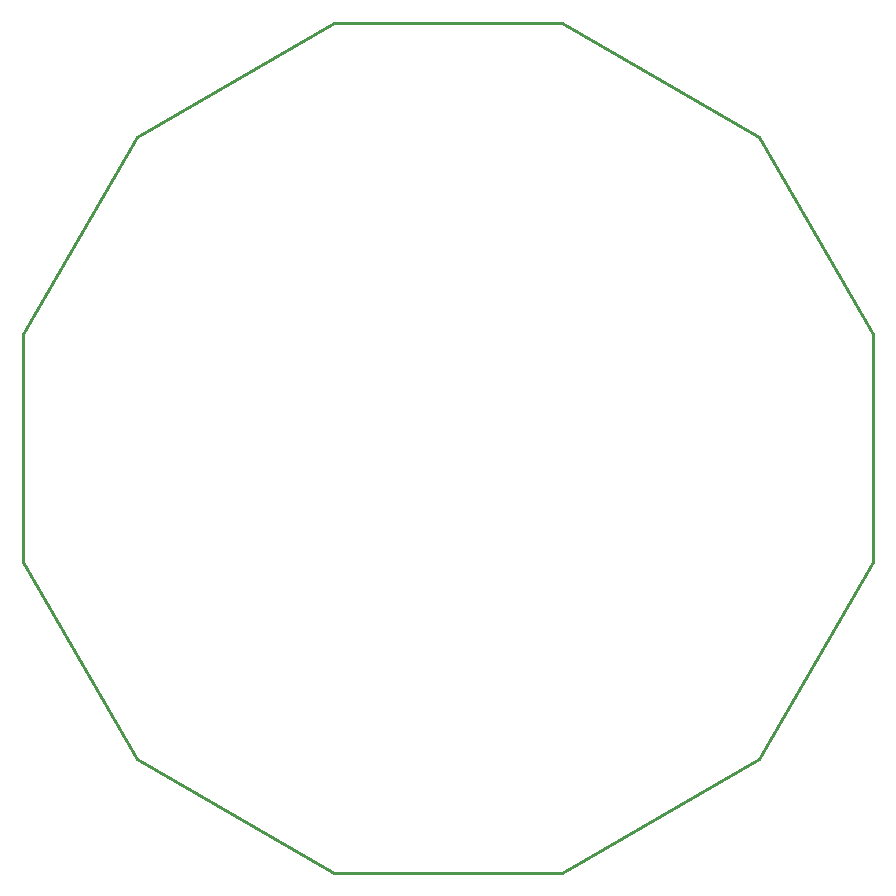
<source format=gko>
G04*
G04 #@! TF.GenerationSoftware,Altium Limited,Altium Designer,20.2.4 (192)*
G04*
G04 Layer_Color=16711935*
%FSLAX44Y44*%
%MOMM*%
G71*
G04*
G04 #@! TF.SameCoordinates,914F8371-8902-4B0D-8680-DBDBB12D949F*
G04*
G04*
G04 #@! TF.FilePolarity,Positive*
G04*
G01*
G75*
%ADD11C,0.2540*%
D11*
X891628Y1132050D02*
X1084492Y1132050D01*
X724602Y1035618D02*
X891628Y1132050D01*
X628170Y868592D02*
X724602Y1035618D01*
X628170Y675728D02*
X628170Y868592D01*
X628170Y675728D02*
X724602Y508702D01*
X724602Y508702D02*
X891628Y412270D01*
X891628Y412270D02*
X1084492Y412270D01*
X1084492Y412270D02*
X1251518Y508702D01*
X1251518Y508702D02*
X1347950Y675728D01*
X1347950Y675728D02*
X1347950Y868592D01*
X1251518Y1035618D02*
X1347950Y868592D01*
X1084492Y1132050D02*
X1251518Y1035618D01*
M02*

</source>
